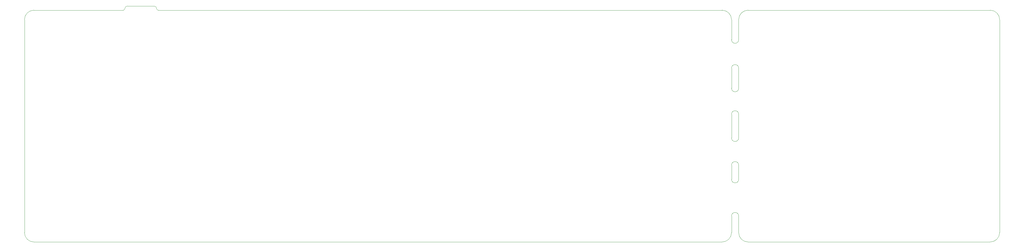
<source format=gbr>
G04 #@! TF.GenerationSoftware,KiCad,Pcbnew,(5.1.2-1)-1*
G04 #@! TF.CreationDate,2020-02-22T12:22:38-06:00*
G04 #@! TF.ProjectId,therick64BA,74686572-6963-46b3-9634-42412e6b6963,rev?*
G04 #@! TF.SameCoordinates,Original*
G04 #@! TF.FileFunction,Profile,NP*
%FSLAX46Y46*%
G04 Gerber Fmt 4.6, Leading zero omitted, Abs format (unit mm)*
G04 Created by KiCad (PCBNEW (5.1.2-1)-1) date 2020-02-22 12:22:38*
%MOMM*%
%LPD*%
G04 APERTURE LIST*
%ADD10C,0.050000*%
G04 APERTURE END LIST*
D10*
X273219278Y-101839732D02*
G75*
G02X275499278Y-101839732I1140000J0D01*
G01*
X275499278Y-90059763D02*
G75*
G02X273219278Y-90059763I-1140000J0D01*
G01*
X273219278Y-85499775D02*
G75*
G02X275499278Y-85499775I1140000J0D01*
G01*
X275499278Y-76759798D02*
G75*
G02X273219278Y-76759798I-1140000J0D01*
G01*
X273219278Y-69159818D02*
G75*
G02X275499278Y-69159818I1140000J0D01*
G01*
X275499278Y-60799840D02*
G75*
G02X273219278Y-60799840I-1140000J0D01*
G01*
X273219278Y-54339857D02*
G75*
G02X275499278Y-54339857I1140000J0D01*
G01*
X275499278Y-45219881D02*
G75*
G02X273219278Y-45219881I-1140000J0D01*
G01*
X275499275Y-54339857D02*
X275500000Y-60799840D01*
X273219278Y-54339857D02*
X273219278Y-60799840D01*
X275499275Y-69159818D02*
X275499278Y-76759798D01*
X273220000Y-76759798D02*
X273219278Y-69159818D01*
X273220000Y-107160000D02*
X273219278Y-101839732D01*
X78900020Y-35166300D02*
X78900044Y-35201816D01*
X89057480Y-35201816D02*
X89057480Y-35166300D01*
X78900044Y-35201816D02*
G75*
G02X78381860Y-35720000I-518184J0D01*
G01*
X89575664Y-35720000D02*
G75*
G02X89057480Y-35201816I0J518184D01*
G01*
X79677260Y-34389060D02*
X88280240Y-34389060D01*
X78900020Y-35166300D02*
G75*
G02X79677260Y-34389060I777240J0D01*
G01*
X88280240Y-34389060D02*
G75*
G02X89057480Y-35166300I0J-777240D01*
G01*
X275499278Y-90059763D02*
X275499275Y-85499775D01*
X273219278Y-85499775D02*
X273219278Y-90059763D01*
X275500000Y-38760000D02*
X275500000Y-45219881D01*
X273220000Y-45219881D02*
X273220000Y-38760000D01*
X275500000Y-107160000D02*
X275499275Y-101839732D01*
X356060000Y-110200000D02*
X278540000Y-110200000D01*
X278540000Y-35720000D02*
X356060000Y-35720000D01*
X275500000Y-38760000D02*
G75*
G02X278540000Y-35720000I3040000J0D01*
G01*
X278540000Y-110200000D02*
G75*
G02X275500000Y-107160000I0J3040000D01*
G01*
X273220000Y-107160000D02*
G75*
G02X270180000Y-110200000I-3040000J0D01*
G01*
X270180000Y-35720000D02*
G75*
G02X273220000Y-38760000I0J-3040000D01*
G01*
X49780000Y-110200000D02*
G75*
G02X46740000Y-107160000I0J3040000D01*
G01*
X46740000Y-38758750D02*
G75*
G02X49780000Y-35718750I3040000J0D01*
G01*
X356060000Y-35720000D02*
G75*
G02X359100000Y-38760000I0J-3040000D01*
G01*
X359100000Y-107160000D02*
G75*
G02X356060000Y-110200000I-3040000J0D01*
G01*
X78381860Y-35720000D02*
X49780000Y-35718750D01*
X49780000Y-110200000D02*
X270180000Y-110200000D01*
X270180000Y-35721250D02*
X89575664Y-35720000D01*
X359100000Y-107160000D02*
X359100000Y-38760000D01*
X46740000Y-38758750D02*
X46740000Y-107160000D01*
M02*

</source>
